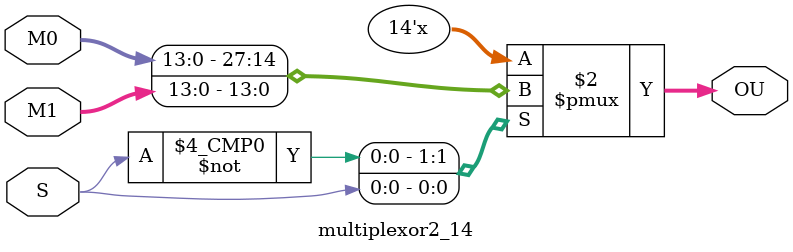
<source format=v>
module multiplexor2_14(input S,input [13:0] M0,input [13:0] M1,output reg [13:0] OU);

always@(S or M0 or M1 ) begin

case(S)
0:OU=M0;
1:OU=M1;
endcase

end

endmodule
</source>
